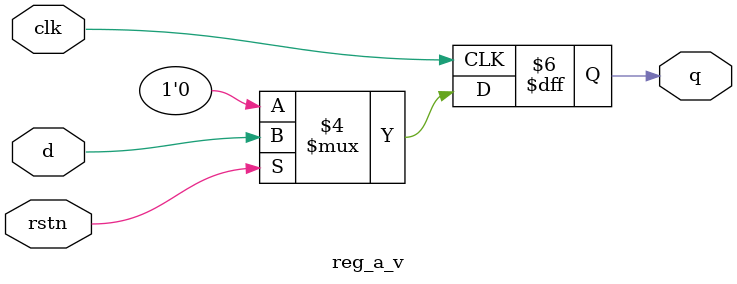
<source format=v>
module reg_a_v (
    input clk,
    input rstn,
    input d,
    output reg q);

always @(posedge clk)
    if (!rstn)
        q <= 0;
    else begin
        q <= d;
    end
endmodule

</source>
